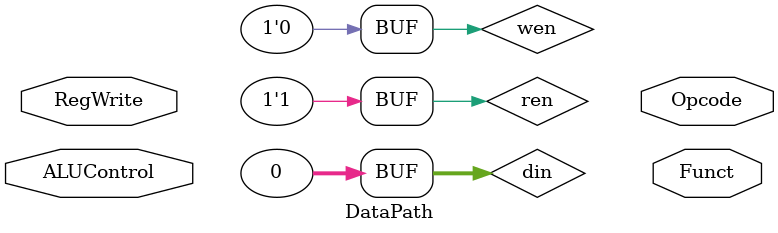
<source format=v>


`include "constants.h"

`timescale 1ns/1ps

module DataPath (ALUControl, RegWrite, Opcode, Funct);
    input wire [3:0] ALUControl;
    input wire RegWrite;
    output wire [5:0] Opcode;
    output wire [5:0] Funct;

    wire clock;
    wire reset;
    wire [31:0] pc_new;
    wire [31:0] pc;
    wire ren;
    wire wen;
    wire [31:0] din;
    wire [31:0] dout;
    wire Zero;
    wire [31:0] out;
    wire [31:0] rdA;
    wire [31:0] rdB;

    // ProgramCounter (clock, reset, pc_new, pc);
    ProgramCounter ProgramCounter_0 (clock, reset, pc_new, pc);

    // PCPlus4 (clock, reset, pc, pc_new);
    PCPlus4 PCPlus4_0 (clock, reset, pc, pc_new);

    assign ren = 1;
    assign wen = 0;
    assign din = 32'b0;

    // Memory (ren, wen, addr, din, dout);
    Memory Memory_0 (ren, wen, pc, din, dout);

    // RegFile (clock, reset, raA, raB, wa, wen, wd, rdA, rdB);
    RegFile RegFile_0 (clock, reset, dout[25:21], dout[20:16], dout[15:11],
            RegWrite, out, rdA, rdB);

    // ALU (out, zero, inA, inB, op);
    ALU ALU_0 (out, Zero, rdA, rdB, ALUControl);
endmodule

</source>
